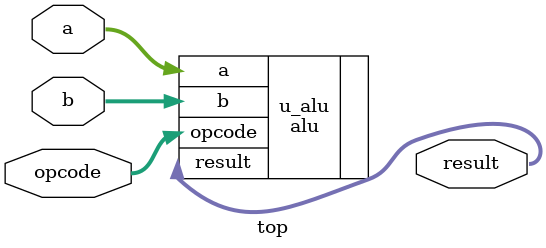
<source format=v>
module top (
    input [3:0] a,
    input [3:0] b,
    input [1:0] opcode,
    output reg [3:0] result
);
  alu u_alu (
      .a(a),
      .b(b),
      .opcode(opcode),
      .result(result)
  );
endmodule

</source>
